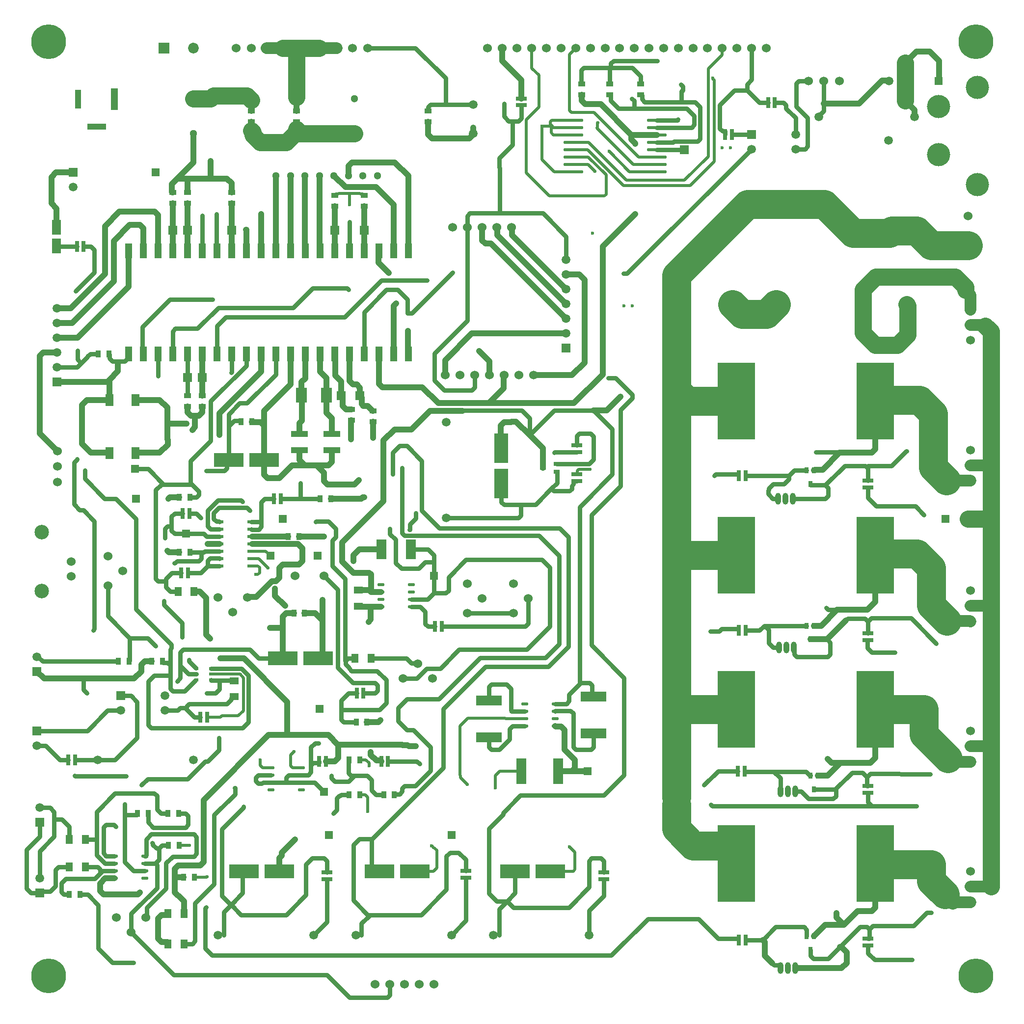
<source format=gtl>
G04*
G04 #@! TF.GenerationSoftware,Altium Limited,Altium Designer,21.6.1 (37)*
G04*
G04 Layer_Physical_Order=1*
G04 Layer_Color=255*
%FSLAX25Y25*%
%MOIN*%
G70*
G04*
G04 #@! TF.SameCoordinates,2CCEC8D5-DFE6-49CD-9DF0-9BB73A36F05B*
G04*
G04*
G04 #@! TF.FilePolarity,Positive*
G04*
G01*
G75*
%ADD61R,0.07087X0.17520*%
%ADD62R,0.17520X0.07087*%
%ADD63R,0.07087X0.13189*%
%ADD64O,0.13386X0.02165*%
%ADD65R,0.05709X0.02362*%
%ADD66O,0.04921X0.02165*%
%ADD67R,0.05000X0.09843*%
%ADD68R,0.05000X0.10000*%
%ADD69R,0.03150X0.02362*%
%ADD70R,0.02756X0.03937*%
%ADD71R,0.03937X0.02756*%
%ADD72R,0.25394X0.52362*%
%ADD73R,0.20276X0.09646*%
%ADD74R,0.09646X0.20276*%
%ADD75R,0.06496X0.04724*%
%ADD76R,0.04724X0.06496*%
%ADD77R,0.05118X0.03543*%
%ADD78R,0.03543X0.05118*%
%ADD79R,0.03150X0.07284*%
%ADD80R,0.07284X0.03150*%
%ADD81R,0.11614X0.03937*%
%ADD82R,0.06000X0.06000*%
%ADD83R,0.06000X0.06000*%
%ADD84R,0.06299X0.09843*%
%ADD85R,0.07480X0.10236*%
G04:AMPARAMS|DCode=86|XSize=82.68mil|YSize=54.33mil|CornerRadius=4.08mil|HoleSize=0mil|Usage=FLASHONLY|Rotation=270.000|XOffset=0mil|YOffset=0mil|HoleType=Round|Shape=RoundedRectangle|*
%AMROUNDEDRECTD86*
21,1,0.08268,0.04618,0,0,270.0*
21,1,0.07453,0.05433,0,0,270.0*
1,1,0.00815,-0.02309,-0.03726*
1,1,0.00815,-0.02309,0.03726*
1,1,0.00815,0.02309,0.03726*
1,1,0.00815,0.02309,-0.03726*
%
%ADD86ROUNDEDRECTD86*%
%ADD87C,0.11811*%
%ADD88C,0.02953*%
%ADD89C,0.07874*%
%ADD90C,0.03937*%
%ADD91C,0.01968*%
%ADD92C,0.19685*%
%ADD93C,0.09843*%
%ADD94C,0.23622*%
%ADD95C,0.15748*%
%ADD96C,0.06000*%
%ADD97C,0.05118*%
%ADD98C,0.09843*%
%ADD99C,0.05906*%
%ADD100R,0.12598X0.03937*%
%ADD101R,0.04724X0.14567*%
%ADD102R,0.03937X0.12598*%
%ADD103R,0.05394X0.05394*%
%ADD104R,0.05906X0.05906*%
%ADD105R,0.05906X0.05906*%
%ADD106O,0.03937X0.07874*%
%ADD107O,0.03937X0.07874*%
%ADD108R,0.07284X0.07284*%
%ADD109C,0.07284*%
%ADD110C,0.02362*%
D61*
X365846Y158465D02*
D03*
X340846D02*
D03*
D62*
X389764Y184350D02*
D03*
Y209350D02*
D03*
X318898Y181398D02*
D03*
Y206398D02*
D03*
D63*
X265846Y309055D02*
D03*
X245965D02*
D03*
D64*
X375984Y600669D02*
D03*
Y595669D02*
D03*
Y590669D02*
D03*
Y585669D02*
D03*
Y580669D02*
D03*
Y575669D02*
D03*
Y570669D02*
D03*
Y565669D02*
D03*
X432677Y600669D02*
D03*
Y595669D02*
D03*
Y590669D02*
D03*
Y585669D02*
D03*
Y580669D02*
D03*
Y575669D02*
D03*
Y570669D02*
D03*
Y565669D02*
D03*
D65*
X157382Y297992D02*
D03*
Y302992D02*
D03*
Y307992D02*
D03*
Y312992D02*
D03*
Y317992D02*
D03*
Y322992D02*
D03*
Y327992D02*
D03*
X135925Y297992D02*
D03*
Y302992D02*
D03*
Y307992D02*
D03*
Y312992D02*
D03*
Y317992D02*
D03*
Y322992D02*
D03*
Y327992D02*
D03*
D66*
X85138Y86004D02*
D03*
Y91004D02*
D03*
Y96004D02*
D03*
Y101004D02*
D03*
X64468Y86004D02*
D03*
Y91004D02*
D03*
Y96004D02*
D03*
Y101004D02*
D03*
X191437Y146043D02*
D03*
Y151043D02*
D03*
Y156043D02*
D03*
Y161043D02*
D03*
X170768Y146043D02*
D03*
Y151043D02*
D03*
Y156043D02*
D03*
Y161043D02*
D03*
X363681Y189350D02*
D03*
Y194350D02*
D03*
Y199350D02*
D03*
Y204350D02*
D03*
X343012Y189350D02*
D03*
Y194350D02*
D03*
Y199350D02*
D03*
Y204350D02*
D03*
X266240Y270059D02*
D03*
Y275059D02*
D03*
Y280059D02*
D03*
Y285059D02*
D03*
X245571Y270059D02*
D03*
Y275059D02*
D03*
Y280059D02*
D03*
Y285059D02*
D03*
D67*
X74000Y512000D02*
D03*
D68*
X174000D02*
D03*
X164000D02*
D03*
X154000D02*
D03*
X144000D02*
D03*
X134000D02*
D03*
X264000D02*
D03*
X254000D02*
D03*
X244000D02*
D03*
X234000D02*
D03*
X224000D02*
D03*
X214000D02*
D03*
X204000D02*
D03*
X194000D02*
D03*
X184000D02*
D03*
X104000D02*
D03*
X94000D02*
D03*
X114000D02*
D03*
X84000D02*
D03*
X124000D02*
D03*
X74000Y442000D02*
D03*
X84000D02*
D03*
X94000D02*
D03*
X104000D02*
D03*
X114000D02*
D03*
X124000D02*
D03*
X134000D02*
D03*
X144000D02*
D03*
X154000D02*
D03*
X164000D02*
D03*
X234000D02*
D03*
X204000D02*
D03*
X214000D02*
D03*
X224000D02*
D03*
X244000D02*
D03*
X254000D02*
D03*
X264000D02*
D03*
X194000D02*
D03*
X184000D02*
D03*
X174000D02*
D03*
D69*
X119980Y220669D02*
D03*
Y224410D02*
D03*
Y228150D02*
D03*
X130020D02*
D03*
Y224410D02*
D03*
Y220669D02*
D03*
D70*
X539583Y257371D02*
D03*
X534465D02*
D03*
X537024Y248119D02*
D03*
X542142Y155413D02*
D03*
X537024D02*
D03*
X539583Y146161D02*
D03*
X539583Y362744D02*
D03*
X534465D02*
D03*
X537024Y353492D02*
D03*
X539583Y46626D02*
D03*
X534465D02*
D03*
X537024Y37374D02*
D03*
D71*
X364685Y362047D02*
D03*
Y367165D02*
D03*
X355433Y364606D02*
D03*
D72*
X486854Y305333D02*
D03*
X581146D02*
D03*
X486854Y200667D02*
D03*
X581146D02*
D03*
X486854Y410000D02*
D03*
X581146D02*
D03*
X486854Y96000D02*
D03*
X581146D02*
D03*
D73*
X202953Y235236D02*
D03*
X178937D02*
D03*
X166008Y370000D02*
D03*
X141992D02*
D03*
X268425Y90551D02*
D03*
X244409D02*
D03*
X176378D02*
D03*
X152362D02*
D03*
X360472D02*
D03*
X336457D02*
D03*
D74*
X327284Y353780D02*
D03*
Y377795D02*
D03*
D75*
X145669Y219980D02*
D03*
Y209154D02*
D03*
X229979Y281398D02*
D03*
Y270571D02*
D03*
D76*
X44783Y93504D02*
D03*
X33957D02*
D03*
X107776Y280512D02*
D03*
X118602D02*
D03*
X44783Y112205D02*
D03*
X33957D02*
D03*
X238681Y235236D02*
D03*
X227854D02*
D03*
X111713Y41339D02*
D03*
X100886D02*
D03*
X100886Y62008D02*
D03*
X111713D02*
D03*
D77*
X157480Y599705D02*
D03*
Y606988D02*
D03*
X187992Y599705D02*
D03*
Y606988D02*
D03*
X277480Y599705D02*
D03*
Y606988D02*
D03*
X381890Y625295D02*
D03*
Y618012D02*
D03*
X400787Y625295D02*
D03*
Y618012D02*
D03*
X421654Y625295D02*
D03*
Y618012D02*
D03*
X144000Y551642D02*
D03*
Y544358D02*
D03*
X114000Y551642D02*
D03*
Y544358D02*
D03*
X104000Y551642D02*
D03*
Y544358D02*
D03*
X214000Y549642D02*
D03*
Y542358D02*
D03*
X234000Y549642D02*
D03*
Y542358D02*
D03*
X240158Y395965D02*
D03*
Y403248D02*
D03*
X225394Y396949D02*
D03*
Y404232D02*
D03*
X124000Y406358D02*
D03*
Y413642D02*
D03*
X114000Y406358D02*
D03*
Y413642D02*
D03*
D78*
X118701Y86417D02*
D03*
X111417D02*
D03*
X108563Y344488D02*
D03*
X115847D02*
D03*
X193602Y265748D02*
D03*
X186319D02*
D03*
X108366Y108268D02*
D03*
X101083D02*
D03*
X157642Y396000D02*
D03*
X150358D02*
D03*
X231004Y166339D02*
D03*
X223721D02*
D03*
X211319Y343504D02*
D03*
X204035D02*
D03*
X100689Y129921D02*
D03*
X107972D02*
D03*
X115847Y307087D02*
D03*
X108563D02*
D03*
X33760Y74803D02*
D03*
X41043D02*
D03*
X89862Y233268D02*
D03*
X97146D02*
D03*
X67224D02*
D03*
X74508D02*
D03*
X235925Y191929D02*
D03*
X228642D02*
D03*
X247342Y142717D02*
D03*
X254626D02*
D03*
X53445Y441929D02*
D03*
X60728D02*
D03*
X87303Y129921D02*
D03*
X80020D02*
D03*
X223721Y142717D02*
D03*
X231004D02*
D03*
X189665Y317913D02*
D03*
X182382D02*
D03*
D79*
X109941Y293307D02*
D03*
X114469D02*
D03*
X203445Y165354D02*
D03*
X207972D02*
D03*
X33169Y166339D02*
D03*
X37697D02*
D03*
X127461Y195276D02*
D03*
X122933D02*
D03*
X512894Y612598D02*
D03*
X508366D02*
D03*
X479232Y590945D02*
D03*
X483760D02*
D03*
X229035Y211614D02*
D03*
X233563D02*
D03*
X245768Y165354D02*
D03*
X250295D02*
D03*
X115453Y333661D02*
D03*
X110925D02*
D03*
X488500Y44000D02*
D03*
X493028D02*
D03*
X488500Y254068D02*
D03*
X493028D02*
D03*
X487894Y158661D02*
D03*
X492421D02*
D03*
X488500Y359102D02*
D03*
X493028D02*
D03*
X172933Y343504D02*
D03*
X177461D02*
D03*
X39075Y514764D02*
D03*
X43602D02*
D03*
X282185Y256890D02*
D03*
X286713D02*
D03*
D80*
X340945Y615256D02*
D03*
Y610728D02*
D03*
X576181Y148556D02*
D03*
Y144029D02*
D03*
Y355906D02*
D03*
Y351378D02*
D03*
Y252231D02*
D03*
Y247703D02*
D03*
X303150Y86319D02*
D03*
Y90847D02*
D03*
X208661Y85335D02*
D03*
Y89862D02*
D03*
X396654Y85335D02*
D03*
Y89862D02*
D03*
X378465Y360177D02*
D03*
Y355650D02*
D03*
Y375335D02*
D03*
Y379862D02*
D03*
X576181Y44882D02*
D03*
Y40354D02*
D03*
D81*
X212000Y376390D02*
D03*
Y387610D02*
D03*
X190000Y376390D02*
D03*
Y387610D02*
D03*
D82*
X231299Y413386D02*
D03*
X104000Y526000D02*
D03*
X114000Y426000D02*
D03*
Y526000D02*
D03*
X234000D02*
D03*
X124000Y426000D02*
D03*
X144000Y526000D02*
D03*
X214000D02*
D03*
X451476Y580610D02*
D03*
D83*
X218555Y413634D02*
D03*
D84*
X25297Y515354D02*
D03*
Y527953D02*
D03*
D85*
X208465Y414000D02*
D03*
X191535D02*
D03*
D86*
X61260Y410433D02*
D03*
Y374606D02*
D03*
X78898Y410433D02*
D03*
Y374606D02*
D03*
D87*
X655905Y461024D02*
X659842Y457087D01*
Y329921D02*
Y457087D01*
Y175453D02*
Y270827D01*
Y80079D02*
Y175453D01*
Y270827D02*
Y329921D01*
X178740Y649606D02*
X187992D01*
Y616142D02*
Y644685D01*
Y649606D02*
X203543D01*
X601378Y613976D02*
Y639567D01*
X118110Y615158D02*
X129921D01*
X131890Y617126D02*
X154528D01*
X129921Y615158D02*
X131890Y617126D01*
X635511Y494095D02*
X642430Y487176D01*
Y485129D02*
Y487176D01*
X602362Y475394D02*
X603150Y474606D01*
X581525Y494095D02*
X635511D01*
X572835Y485404D02*
X581525Y494095D01*
X581102Y448032D02*
X596231D01*
X603150Y454950D01*
X572835Y456299D02*
Y485404D01*
X603150Y454950D02*
Y474606D01*
X572835Y456299D02*
X581102Y448032D01*
X644095Y329921D02*
X659842D01*
X190945Y591535D02*
X227362D01*
X154528Y617126D02*
X157480Y614173D01*
Y593504D02*
X158465Y592520D01*
Y590580D02*
Y592520D01*
Y590580D02*
X163415Y585630D01*
X187992Y592549D02*
Y594488D01*
X190945Y591535D01*
X181073Y585630D02*
X187992Y592549D01*
X163415Y585630D02*
X181073D01*
D88*
X4839Y78823D02*
X7874Y75787D01*
X4839Y78823D02*
Y105232D01*
X13780Y114173D01*
X335594Y600000D02*
X338904D01*
X332283D02*
X335594D01*
X325689Y574902D02*
X334646Y583858D01*
Y599052D01*
X335594Y600000D01*
X325689Y568602D02*
Y574902D01*
Y568602D02*
X325984Y568307D01*
Y537402D02*
Y568307D01*
X289370Y611375D02*
X308113D01*
X279190D02*
X289370D01*
X268898Y649606D02*
X289370Y629134D01*
X236496Y649606D02*
X268898D01*
X289370Y611375D02*
Y629134D01*
X546299Y606941D02*
Y611811D01*
Y627165D01*
X529289Y627134D02*
X535795D01*
X527559Y609744D02*
Y625404D01*
X529289Y627134D01*
X527559Y609744D02*
X535138Y602165D01*
X535795Y627134D02*
X535827Y627165D01*
X109252Y221850D02*
Y230118D01*
X114961Y224410D01*
X109252Y230118D02*
Y239173D01*
X114961Y224410D02*
X119980D01*
X130020Y220472D02*
Y220669D01*
Y220472D02*
X130118Y220374D01*
X479134Y593110D02*
X479232Y593012D01*
X477320Y593110D02*
X479134D01*
X479232Y590945D02*
Y593012D01*
X475591Y594840D02*
X477320Y593110D01*
X475591Y594840D02*
Y611024D01*
X485492Y620925D01*
X542913Y603555D02*
X546299Y606941D01*
X542913Y602756D02*
Y603555D01*
X494035Y624923D02*
X497295Y628182D01*
X494035Y620925D02*
Y624923D01*
X497295Y628182D02*
Y649586D01*
X380315Y217913D02*
X380906Y218504D01*
X373031Y210630D02*
X380315Y217913D01*
X304000Y528000D02*
Y535672D01*
Y464433D02*
Y528000D01*
X17874Y176023D02*
X27559Y166339D01*
X37795Y155118D02*
X72441D01*
X37402Y155512D02*
X37795Y155118D01*
X53150Y166339D02*
X64961D01*
X37697D02*
X53150D01*
X27559D02*
X33169D01*
X64961D02*
X79724Y181102D01*
X114173Y153248D02*
X126181Y165256D01*
X154543Y337583D02*
X156496Y335630D01*
X111221Y241142D02*
X156496D01*
X127953Y335630D02*
X134843Y342520D01*
X160004Y322697D02*
X160034Y322667D01*
X131905Y333993D02*
X135511Y337598D01*
X50787Y255118D02*
Y328346D01*
X43504Y213976D02*
Y221457D01*
Y213976D02*
X45866Y211614D01*
X37008Y339764D02*
X40945Y335827D01*
X60039Y263779D02*
X74803Y249016D01*
X60039Y263779D02*
Y284449D01*
X50000Y254331D02*
X50787Y255118D01*
X15720Y233268D02*
X67224D01*
X74508D02*
X74803Y233563D01*
X12610Y236378D02*
X15720Y233268D01*
X11811Y176023D02*
X17874D01*
X7874Y75787D02*
X13780D01*
X11811Y236378D02*
X12610D01*
X11811Y186023D02*
X46260D01*
X127854Y165256D02*
X135531Y172933D01*
Y181299D01*
X126181Y165256D02*
X127854D01*
X87598Y219488D02*
X91535Y223425D01*
X68661Y209724D02*
X75709D01*
X79724Y205709D01*
X46260Y186023D02*
X59961Y199724D01*
X87598Y189722D02*
Y219488D01*
X79724Y181102D02*
Y205709D01*
X87598Y189722D02*
X89328Y187992D01*
X59961Y199724D02*
X68661D01*
X92520Y289131D02*
Y349410D01*
X110433Y249606D02*
Y259154D01*
X98047Y271539D02*
X110433Y259154D01*
X65354Y343701D02*
X79134Y329921D01*
X87106Y249016D02*
X92618Y243504D01*
X79134Y268504D02*
X103108Y244530D01*
X74803Y249016D02*
X87106D01*
X74803Y233563D02*
Y249016D01*
X120866Y459055D02*
X135039Y473228D01*
X104000Y457150D02*
X105905Y459055D01*
X104000Y442000D02*
Y457150D01*
X134000Y442000D02*
Y460772D01*
X101969Y478740D02*
X131102D01*
X83465Y460236D02*
X101969Y478740D01*
X105905Y459055D02*
X120866D01*
X83465Y442535D02*
Y460236D01*
X134000Y460772D02*
X140157Y466929D01*
X94000Y442000D02*
X94095Y441905D01*
X74000Y439500D02*
Y442000D01*
X94095Y426772D02*
Y441905D01*
X83465Y442535D02*
X84000Y442000D01*
X47989Y441929D02*
X53445D01*
X61024Y438976D02*
Y441634D01*
X60728Y441929D02*
X61024Y441634D01*
X46260Y440199D02*
X47989Y441929D01*
X25297Y515354D02*
X25888Y514764D01*
X39075D01*
X39370Y438189D02*
Y444095D01*
X133760Y512240D02*
X134000Y512000D01*
X114000Y426000D02*
Y442000D01*
X154000Y433843D02*
Y442000D01*
X144000Y429433D02*
Y442000D01*
X38189Y484646D02*
X50787Y497244D01*
Y512598D01*
X43602Y514764D02*
X48622D01*
X50787Y512598D01*
X124000Y512000D02*
Y534630D01*
X124016Y534646D02*
Y535827D01*
X124000Y534630D02*
X124016Y534646D01*
X133760Y512240D02*
Y536909D01*
X150358Y396000D02*
Y396358D01*
X149606Y408465D02*
X154528D01*
X141992Y392976D02*
X145669Y396654D01*
X141992Y400850D02*
X149606Y408465D01*
X129921Y409764D02*
X154000Y433843D01*
X145669Y396654D02*
X150063D01*
X150358Y396358D01*
X129921Y382874D02*
Y409764D01*
X71508Y437008D02*
X74000Y439500D01*
X87433Y363748D02*
X97835Y353346D01*
X44488Y357087D02*
X57874Y343701D01*
X61024Y438976D02*
X62992Y437008D01*
X71508D01*
X46260Y439961D02*
Y440199D01*
X41929Y435630D02*
X46260Y439961D01*
X39370Y438189D02*
X41929Y435630D01*
X39213Y432913D02*
X41929Y435630D01*
X25397Y432913D02*
X39213D01*
X140945Y364328D02*
Y368953D01*
X141992Y392976D02*
Y400850D01*
Y370000D02*
Y392976D01*
X140945Y368953D02*
X141992Y370000D01*
X143701Y429134D02*
X144000Y429433D01*
X114000Y413642D02*
Y426000D01*
X145685Y337583D02*
X154543D01*
X150591Y342520D02*
X151575Y341535D01*
X134843Y342520D02*
X150591D01*
X135511Y337598D02*
X145669D01*
X145685Y337583D01*
X96457Y353346D02*
X117126D01*
X92520Y349410D02*
X96457Y353346D01*
X126772Y362598D02*
X139215D01*
X116142Y369094D02*
X129921Y382874D01*
X116142Y354331D02*
Y369094D01*
Y354331D02*
X117126Y353346D01*
X139215Y362598D02*
X140945Y364328D01*
X117126Y353346D02*
X121808Y348664D01*
Y346218D02*
Y348664D01*
X120079Y344488D02*
X121808Y346218D01*
X115847Y344488D02*
X120079D01*
X57874Y343701D02*
X65354D01*
X78586Y363946D02*
X79807Y363913D01*
X80049D01*
X78586Y363946D02*
X78784Y363748D01*
X87433D01*
X44488Y357087D02*
Y362992D01*
X38976Y370079D02*
Y370472D01*
X37008Y368110D02*
X38976Y370079D01*
X37008Y339764D02*
Y368110D01*
X102362Y280512D02*
X107776D01*
X127953Y324803D02*
Y335630D01*
X135630Y328287D02*
X135925Y327992D01*
X133635Y328287D02*
X135630D01*
X131905Y330017D02*
X133635Y328287D01*
X127953Y324803D02*
X129764Y322992D01*
X135925D01*
X135846Y317913D02*
X135925Y317992D01*
X115453Y333661D02*
X120079D01*
X123031Y330709D01*
X131905Y330017D02*
Y333993D01*
X43307Y335827D02*
X50787Y328346D01*
X103150Y331496D02*
X105315Y333661D01*
X40945Y335827D02*
X43307D01*
X105315Y333661D02*
X110925D01*
X125039Y307087D02*
X125945Y307992D01*
X129446Y303150D02*
X135768D01*
X123425Y303009D02*
Y307087D01*
X135768Y303150D02*
X135925Y302992D01*
X127717Y301420D02*
X129446Y303150D01*
X123425Y307087D02*
X125039D01*
X127717Y297992D02*
Y301420D01*
Y297992D02*
X135925D01*
X125945Y307992D02*
X135925D01*
X103150Y322047D02*
X105315Y319882D01*
X113189D01*
X113189Y319882D01*
X125000D01*
X98819Y316929D02*
Y323074D01*
X125000Y319882D02*
X126969Y317913D01*
X103150Y322047D02*
Y331496D01*
X100549Y324803D02*
X102362D01*
X98819Y323074D02*
X100549Y324803D01*
X157677Y322697D02*
X160004D01*
X157382Y322992D02*
X157677Y322697D01*
X126969Y317913D02*
X135846D01*
X123031Y293307D02*
X127717Y297992D01*
X114469Y293307D02*
X123031D01*
X106988Y301279D02*
X121695D01*
X115847Y307087D02*
X123425D01*
X121695Y301279D02*
X123425Y303009D01*
X98047Y271539D02*
Y274311D01*
X79134Y268504D02*
Y329921D01*
X105610Y299902D02*
X106988Y301279D01*
X105020Y299902D02*
X105610D01*
X92520Y289131D02*
X94249Y287402D01*
X99410D01*
X103347Y293307D02*
X109941D01*
X99410Y289370D02*
X103347Y293307D01*
X99410Y287402D02*
Y289370D01*
Y283465D02*
Y287402D01*
Y283465D02*
X102362Y280512D01*
X107776D02*
X107776Y280512D01*
X75945Y49055D02*
X104823Y20177D01*
X54879Y89328D02*
X56496Y90945D01*
X51772Y112205D02*
X52362Y111614D01*
Y101476D02*
Y111614D01*
X57185Y102734D02*
X58915Y101004D01*
X44783Y112205D02*
X51772D01*
X52362Y101476D02*
X57972Y95866D01*
X64331D01*
X44783Y93504D02*
X53150D01*
X54879Y91774D01*
Y89328D02*
Y91774D01*
X56496Y90945D02*
X64409D01*
X58915Y101004D02*
X64468D01*
X64331Y95866D02*
X64468Y96004D01*
X58915Y122244D02*
X64272D01*
X57185Y120514D02*
X58915Y122244D01*
X57185Y102734D02*
Y120514D01*
X64409Y90945D02*
X64468Y91004D01*
X13780Y75787D02*
X14943Y76951D01*
X13780Y85787D02*
Y104331D01*
X75945Y49055D02*
Y61772D01*
X53445Y38189D02*
Y67716D01*
Y38189D02*
X62992Y28642D01*
X77362D01*
X111713Y41339D02*
X117463D01*
X126083Y38287D02*
X130807Y33563D01*
X117463Y41339D02*
X119193Y43068D01*
X126083Y38287D02*
Y65650D01*
X138779Y47244D02*
Y62992D01*
X119193Y43068D02*
Y68799D01*
X13780Y104331D02*
X23622Y114173D01*
Y125984D01*
Y130905D01*
X13780Y134016D02*
X13937Y133858D01*
X20669D01*
X23622Y130905D01*
Y125984D02*
X28782D01*
X31836Y122930D01*
Y122930D02*
Y122930D01*
Y122930D02*
X33914Y120852D01*
X13780Y114173D02*
Y124016D01*
X33914Y112247D02*
Y120852D01*
X31496Y85630D02*
X51181D01*
X41043Y74803D02*
X46358D01*
X53445Y67716D01*
X14943Y76951D02*
X20848D01*
X30196Y74803D02*
X33760D01*
X28559Y82693D02*
X31496Y85630D01*
X26575Y93504D02*
X33957D01*
X24606Y91535D02*
X26575Y93504D01*
X24606Y80709D02*
Y91535D01*
X28559Y79071D02*
Y82693D01*
X28467Y78979D02*
X28559Y79071D01*
X20848Y76951D02*
X24606Y80709D01*
X28467Y76533D02*
Y78979D01*
Y76533D02*
X30196Y74803D01*
X64961Y143602D02*
X91577D01*
X52362Y131004D02*
X64961Y143602D01*
X52362Y111614D02*
Y131004D01*
X64272Y122244D02*
X65551Y120965D01*
X51181Y85630D02*
X54879Y89328D01*
X115157Y233185D02*
Y234252D01*
X102362Y241339D02*
X103108Y242084D01*
X109252Y239173D02*
X111221Y241142D01*
X97146Y232480D02*
Y233268D01*
X103108Y242084D02*
Y244530D01*
X145276Y220374D02*
X145669Y219980D01*
X155512Y191929D02*
Y223425D01*
X151575Y187992D02*
X155512Y191929D01*
X144783Y209154D02*
X145669D01*
X150787Y228150D02*
X155512Y223425D01*
X135630Y220374D02*
X135925Y220079D01*
X130020Y228150D02*
X150787D01*
X130118Y220374D02*
X135630D01*
X145276D01*
X135925Y214370D02*
Y220079D01*
X133268Y211713D02*
X135925Y214370D01*
X126969Y211713D02*
X133268D01*
X98661Y199724D02*
X107522D01*
X109252Y201454D01*
X113428Y202601D02*
X115157Y204331D01*
X113428Y200549D02*
Y202601D01*
X109252Y201454D02*
X112522D01*
X113428Y200549D01*
X115157Y204331D02*
X140846D01*
X113428Y200549D02*
X118659Y195318D01*
X115157Y233185D02*
X119587Y228756D01*
X91535Y223425D02*
X102362D01*
X97146Y232480D02*
X97441Y232185D01*
X102362Y230455D02*
Y241339D01*
X97441Y232185D02*
X100633D01*
X102362Y230455D01*
Y223425D02*
Y230455D01*
X89328Y187992D02*
X151575D01*
X122891Y195318D02*
X122933Y195276D01*
X118659Y195318D02*
X122891D01*
X112106Y212795D02*
X119464Y220153D01*
X102362Y214525D02*
X104092Y212795D01*
X112106D01*
X102362Y214525D02*
Y223425D01*
X106988Y219587D02*
X109252Y221850D01*
X119587Y228740D02*
X119882Y228445D01*
X119587Y228740D02*
Y228756D01*
X143898Y208268D02*
X144783Y209154D01*
X143898Y207382D02*
Y208268D01*
X140846Y204331D02*
X143898Y207382D01*
X86528Y59638D02*
Y65957D01*
X85945Y59055D02*
X86528Y59638D01*
X151969Y133858D02*
Y134646D01*
X138779Y62992D02*
X143701Y67913D01*
X160335Y151828D02*
Y154314D01*
X137402Y119291D02*
X151969Y133858D01*
X151575Y89764D02*
X152362Y90551D01*
X151575Y75787D02*
Y89764D01*
X143701Y67913D02*
X151575Y75787D01*
X143701Y67913D02*
X150591Y61024D01*
X146358Y143012D02*
Y147146D01*
X146161Y147343D02*
X146358Y147146D01*
X82874Y149114D02*
X87008Y153248D01*
X96260Y129724D02*
X100492D01*
X93307Y132677D02*
X96260Y129724D01*
X100492D02*
X100689Y129921D01*
X91577Y143602D02*
X93307Y141873D01*
Y132677D02*
Y141873D01*
X87303Y123819D02*
Y129921D01*
Y123819D02*
X90748Y120374D01*
X86122Y112303D02*
X89567Y115748D01*
X86122Y101398D02*
Y112303D01*
X99606Y79035D02*
Y96260D01*
X71358Y129035D02*
X79724D01*
X80020Y129331D01*
X71358Y97047D02*
Y129035D01*
Y97047D02*
X77402Y91004D01*
X80020Y129331D02*
Y129921D01*
X71358Y129035D02*
Y136319D01*
X92165Y96004D02*
X93307Y94862D01*
X90551Y108661D02*
X93068Y106144D01*
X90551Y108661D02*
Y109449D01*
X85728Y101004D02*
X86122Y101398D01*
X92165Y96004D02*
X94784Y98622D01*
X85138Y96004D02*
X92165D01*
X85138Y101004D02*
X85728D01*
X90158Y109843D02*
X90551Y109449D01*
X126083Y65650D02*
X126673Y66240D01*
X119193Y68799D02*
X132283Y81890D01*
X96850Y108268D02*
X101083D01*
X99606Y96260D02*
X104035Y100689D01*
X94784Y106201D02*
X96850Y108268D01*
X94727Y106144D02*
X94784Y106201D01*
X93068Y106144D02*
X94727D01*
X94784Y98622D02*
Y106201D01*
X77402Y91004D02*
X85138D01*
X86528Y65957D02*
X99606Y79035D01*
X93307Y79134D02*
Y94862D01*
X75945Y61772D02*
X93307Y79134D01*
X87008Y153248D02*
X114173D01*
X137402Y74016D02*
X143504Y67913D01*
X132283Y81890D02*
Y128937D01*
X146358Y143012D01*
X137402Y74016D02*
Y119291D01*
X143504Y67913D02*
X143701D01*
X104035Y100689D02*
X118349D01*
Y115748D02*
X120079Y114018D01*
Y102419D02*
Y114018D01*
X118349Y100689D02*
X120079Y102419D01*
X107972Y129921D02*
X112837D01*
X114567Y128192D01*
Y122104D02*
Y128192D01*
X112837Y120374D02*
X114567Y122104D01*
X90748Y120374D02*
X112837D01*
X89567Y115748D02*
X118349D01*
X494035Y620925D02*
X502362Y612598D01*
X508366D01*
X518743D02*
X520472Y610869D01*
X512894Y612598D02*
X518743D01*
X520472Y608661D02*
X527000Y602134D01*
X520472Y608661D02*
Y610869D01*
X483787Y590973D02*
X496972D01*
X527000Y591000D02*
Y602134D01*
X533408Y581000D02*
X535138Y582730D01*
Y602165D01*
X527000Y581000D02*
X533408D01*
X496972Y590973D02*
X497000Y591000D01*
X277461Y609646D02*
X279190Y611375D01*
X277461Y607008D02*
X277480Y606988D01*
X277461Y607008D02*
Y609646D01*
X401575Y639215D02*
X403304Y640945D01*
X433071D01*
X401575Y637008D02*
Y639215D01*
X400787Y636221D02*
X401575Y637008D01*
X381496Y625591D02*
Y634491D01*
X383226Y636221D02*
X400787D01*
Y625295D02*
Y636221D01*
X381496Y634491D02*
X383226Y636221D01*
X421654Y625295D02*
Y630709D01*
X416142Y636221D02*
X421654Y630709D01*
X400787Y636221D02*
X416142D01*
X236221Y155512D02*
X239173Y152559D01*
X223622Y151575D02*
X227559Y155512D01*
X250295Y165354D02*
X269685D01*
X238579Y112598D02*
X239094Y112083D01*
X287795Y160784D01*
X239173Y145669D02*
Y152559D01*
Y145669D02*
X242126Y142717D01*
X254921Y143012D02*
X258014D01*
X254626Y142717D02*
X254921Y143012D01*
X242126Y142717D02*
X247342D01*
X267471Y186663D02*
X279232Y174902D01*
X287795Y160784D02*
Y200787D01*
X269685Y165354D02*
X271654Y163386D01*
X223760Y228442D02*
Y228758D01*
X223425Y211614D02*
X229035D01*
X243110Y213344D02*
Y216774D01*
X241381Y218504D02*
X243110Y216774D01*
X241381Y211614D02*
X243110Y213344D01*
X223760Y228442D02*
X225489Y226712D01*
X242776D01*
X226378Y218504D02*
X241381D01*
X233563Y211614D02*
X241381D01*
X223425Y157241D02*
X225155Y155512D01*
X227559D01*
X223425Y166043D02*
X223721Y166339D01*
X227559Y155512D02*
X236221D01*
X223425Y157241D02*
Y166043D01*
X242776Y226712D02*
X249016Y220472D01*
X260512Y221457D02*
X269685D01*
X244467Y200176D02*
X249016Y204724D01*
X266243Y231789D02*
X270180D01*
X238681Y235236D02*
X262795D01*
X249016Y204724D02*
Y220472D01*
X270180Y231789D02*
X270512Y231457D01*
X269685Y221457D02*
X276575Y228346D01*
X257087Y201575D02*
X262992Y207480D01*
X287795Y200787D02*
X316535Y229528D01*
X257087Y192618D02*
Y201575D01*
Y192618D02*
X263041Y186663D01*
X284842Y207480D02*
X312894Y235531D01*
X285672Y228346D02*
X298467Y241142D01*
X276575Y228346D02*
X285672D01*
X262992Y207480D02*
X284842D01*
X262795Y235236D02*
X266243Y231789D01*
X263041Y186663D02*
X267471D01*
X258014Y143012D02*
X259744Y144741D01*
X279232Y158858D02*
Y174902D01*
X268898Y148524D02*
X279232Y158858D01*
X259744Y144741D02*
Y146794D01*
X261474Y148524D01*
X268898D01*
X292323Y103347D02*
X298228D01*
X239094Y90551D02*
Y112083D01*
X230709Y112598D02*
X238579D01*
X226772Y108661D02*
X230709Y112598D01*
X226772Y70866D02*
Y108661D01*
X289764Y78150D02*
Y100787D01*
X292323Y103347D01*
X565354Y157579D02*
X572581D01*
X578740Y239173D02*
X594488D01*
X548664Y236221D02*
X550394Y237950D01*
X526054D02*
X527784Y236221D01*
X548664D01*
X575787Y242126D02*
X578740Y239173D01*
X575787Y242126D02*
Y247605D01*
X574156Y262303D02*
X576181Y260278D01*
X605315Y262402D02*
X622441Y245276D01*
X575886Y247703D02*
X576181D01*
X575787Y247605D02*
X575886Y247703D01*
X578304Y262402D02*
X605315D01*
X576181Y260278D02*
X578304Y262402D01*
X576181Y252231D02*
Y260278D01*
X578895Y134843D02*
X609252D01*
X575600Y148655D02*
Y154560D01*
X572581Y157579D02*
X575600Y154560D01*
X577929Y156890D01*
X618504Y156693D01*
X530709Y144882D02*
X535827Y139764D01*
X537024Y155413D02*
Y155807D01*
X536925Y155905D02*
X537024Y155807D01*
X536531Y155905D02*
X536925D01*
X534169Y158268D02*
X536531Y155905D01*
X575698Y148556D02*
X576181D01*
X575600Y148655D02*
X575698Y148556D01*
X576181Y137557D02*
X578895Y134843D01*
X576181Y137557D02*
Y144029D01*
X470472Y134843D02*
X578895D01*
X475098Y253445D02*
X476772Y255118D01*
X502592Y254068D02*
X505895Y257371D01*
X493028Y254068D02*
X502592D01*
X476772Y255118D02*
X487450D01*
X468996Y253445D02*
X475098D01*
X487450Y255118D02*
X487516Y255052D01*
X562500Y262303D02*
X574156D01*
X561024Y260827D02*
X562500Y262303D01*
X508661Y245669D02*
X511811Y242520D01*
X508661Y245669D02*
Y254605D01*
X553937Y146161D02*
X565354Y157579D01*
X539583Y146161D02*
X553937D01*
X554331Y145768D01*
Y141493D02*
Y145768D01*
X552601Y139764D02*
X554331Y141493D01*
X535827Y139764D02*
X552601D01*
X512205Y158268D02*
X516653Y153819D01*
Y144877D02*
Y153819D01*
X526659Y144882D02*
X530709D01*
X512205Y158268D02*
X534169D01*
X492520D02*
X512205D01*
X526653Y144877D02*
X526659Y144882D01*
X474311Y158661D02*
X487894D01*
X464764Y149114D02*
X474311Y158661D01*
X469488Y135827D02*
X470472Y134843D01*
X505895Y257371D02*
X508661Y254605D01*
X511811Y242520D02*
X515866D01*
X525866D02*
X526054Y242331D01*
X548316Y248119D02*
X550394Y246042D01*
Y237950D02*
Y246042D01*
X505895Y257371D02*
X534465D01*
X526054Y237950D02*
Y242331D01*
X346347Y386921D02*
X362969Y403543D01*
X363189Y375000D02*
X363524Y375335D01*
X364685Y367165D02*
X386850D01*
X363524Y375335D02*
X378465D01*
X304000Y535672D02*
X305730Y537402D01*
X325984D01*
X309079Y419315D02*
Y427402D01*
X301181Y403543D02*
X341119D01*
X288386Y417323D02*
X307087D01*
X300787Y403150D02*
X301181Y403543D01*
X307087Y417323D02*
X309079Y419315D01*
X341119Y403543D02*
X346347Y398315D01*
X362969Y403543D02*
X389764D01*
X325984Y537402D02*
X355315D01*
X371063Y521653D01*
X346347Y386921D02*
Y398315D01*
X371063Y505866D02*
Y521653D01*
X378465Y379862D02*
Y386066D01*
X387795Y387795D02*
X389764Y385827D01*
X380194Y387795D02*
X387795D01*
X378465Y386066D02*
X380194Y387795D01*
X386850Y367165D02*
X389764Y370079D01*
Y385827D01*
X360236Y256890D02*
Y296766D01*
X366535Y244980D02*
Y304921D01*
X372835Y243307D02*
Y317717D01*
X388583Y244094D02*
Y332677D01*
X380315Y217913D02*
Y337992D01*
X357087Y235531D02*
X366535Y244980D01*
X344488Y241142D02*
X360236Y256890D01*
X388583Y244094D02*
X410630Y222047D01*
Y155905D02*
Y222047D01*
X396850Y142126D02*
X410630Y155905D01*
X303150Y302165D02*
X354837D01*
X285039Y323622D02*
X366929D01*
X352953Y318504D02*
X366535Y304921D01*
X354837Y302165D02*
X360236Y296766D01*
X345472Y258858D02*
Y275591D01*
X304134Y265748D02*
X335630D01*
X345472Y275591D02*
X345630Y275748D01*
X291339Y290354D02*
X303150Y302165D01*
X291339Y281257D02*
Y290354D01*
X289609Y279528D02*
X291339Y281257D01*
X286713Y256890D02*
X343504D01*
X345472Y258858D01*
X249213Y485433D02*
X256693D01*
X263386Y469685D02*
Y478740D01*
X245669Y491732D02*
X276772D01*
X256693Y485433D02*
X263386Y478740D01*
Y469685D02*
X266535D01*
X253543Y360236D02*
Y374803D01*
X258268Y379528D01*
X262992D01*
X234000Y442000D02*
Y470221D01*
X281735Y423974D02*
Y442168D01*
X273244Y335417D02*
Y369276D01*
X281735Y442168D02*
X304000Y464433D01*
X281735Y423974D02*
X288386Y417323D01*
X266535Y469685D02*
X294094Y497244D01*
X262992Y379528D02*
X273244Y369276D01*
X224000Y531480D02*
X224016Y531496D01*
X224000Y512000D02*
Y531480D01*
X273244Y335417D02*
X285039Y323622D01*
X288687Y330649D02*
X338822D01*
X261572Y318504D02*
X352953D01*
X265846Y309055D02*
X277559D01*
X281496Y305118D01*
X264961Y322457D02*
X265199Y322695D01*
Y326223D01*
X269291Y330315D01*
X259842Y320234D02*
Y364567D01*
X269291Y330315D02*
Y333858D01*
X251575Y319685D02*
Y323228D01*
Y319685D02*
X255512Y315748D01*
X259842Y320234D02*
X261572Y318504D01*
X265846Y309055D02*
X265846Y309055D01*
X234000Y470221D02*
X249213Y485433D01*
X373031Y65945D02*
X386811Y79724D01*
X388541Y99410D02*
X394924D01*
X396654Y97680D01*
X386811D02*
X388541Y99410D01*
X396654Y89862D02*
Y97680D01*
X386811Y79724D02*
Y97680D01*
X396654Y85335D02*
X396654Y85335D01*
X396654Y73819D02*
Y85335D01*
X312894Y235531D02*
X357087D01*
X359055Y229528D02*
X372835Y243307D01*
X316535Y229528D02*
X359055D01*
X320627Y217520D02*
X330709D01*
X298467Y241142D02*
X344488D01*
X318898Y215790D02*
X320627Y217520D01*
X328346Y130315D02*
X340158Y142126D01*
X318898Y119685D02*
X328346Y129134D01*
Y130315D01*
X331201Y70374D02*
X336614Y75787D01*
X318898Y75590D02*
X324114Y70374D01*
X331201D01*
X318898Y75590D02*
Y119685D01*
X335630Y65945D02*
X373031D01*
X380906Y218504D02*
X387050D01*
X388779Y216774D01*
X374255Y199455D02*
X375984Y197725D01*
X373031Y206080D02*
Y210630D01*
X371302Y204350D02*
X373031Y206080D01*
X363786Y199455D02*
X374255D01*
X363681Y204350D02*
X371302D01*
X389764Y174958D02*
Y184350D01*
X377714Y173228D02*
X388034D01*
X375984Y174958D02*
Y197725D01*
Y174958D02*
X377714Y173228D01*
X388779Y210335D02*
X389764Y209350D01*
X388034Y173228D02*
X389764Y174958D01*
X388779Y210335D02*
Y216774D01*
X330709Y217520D02*
X333661Y214567D01*
X318898Y206398D02*
Y215790D01*
X332677Y187247D02*
X334781Y189350D01*
X333661Y199803D02*
Y214567D01*
X332677Y180118D02*
Y187247D01*
X325787Y173228D02*
X332677Y180118D01*
X320627Y173228D02*
X325787D01*
X318898Y174958D02*
X320627Y173228D01*
X318898Y174958D02*
Y181398D01*
X333661Y199803D02*
X334114Y199350D01*
X363681D02*
X363786Y199455D01*
X334781Y189350D02*
X343012D01*
X334114Y199350D02*
X343012D01*
X340158Y142126D02*
X396850D01*
X298228Y103347D02*
X303150Y98425D01*
X331201Y70374D02*
X335630Y65945D01*
X336614Y75787D02*
Y90394D01*
X336457Y90551D02*
X336614Y90394D01*
X303150Y90847D02*
Y98425D01*
X483760Y590945D02*
X483787Y590973D01*
X449185Y624830D02*
X450549Y623467D01*
X443937Y585669D02*
X444488Y586221D01*
X462205Y587950D02*
Y609449D01*
X453150Y608661D02*
X458252Y603559D01*
X446732Y600669D02*
X447244Y601181D01*
X432677Y600669D02*
X446732D01*
X458252Y597399D02*
Y603559D01*
X456522Y595669D02*
X458252Y597399D01*
X432677Y595669D02*
X456522D01*
X460475Y586221D02*
X462205Y587950D01*
X449606Y612992D02*
X458661D01*
X462205Y609449D01*
X444488Y586221D02*
X460475D01*
X449606Y612992D02*
Y620079D01*
X450549Y621021D02*
Y623467D01*
X449606Y620079D02*
X450549Y621021D01*
X451447Y580640D02*
X451476Y580610D01*
X485492Y620925D02*
X494035D01*
X432677Y580669D02*
X432707Y580640D01*
X451447D01*
X432677Y585669D02*
X443937D01*
X412457Y496457D02*
X497000Y581000D01*
X401409Y613945D02*
Y617717D01*
Y613945D02*
X406693Y608661D01*
X417323D02*
X453150D01*
X401114Y618012D02*
X401409Y617717D01*
X400787Y618012D02*
X401114D01*
X424466Y612992D02*
X449606D01*
X422736Y614722D02*
Y617717D01*
X422441Y618012D02*
X422736Y617717D01*
X421654Y618012D02*
X422441D01*
X415748Y615354D02*
X417323Y613779D01*
X422736Y614722D02*
X424466Y612992D01*
X408268Y352362D02*
Y403937D01*
X410236Y496457D02*
X412457D01*
X404788Y425527D02*
X416100Y414215D01*
Y411769D02*
Y414215D01*
X408268Y403937D02*
X416100Y411769D01*
X402559Y360236D02*
Y390748D01*
X471949Y359350D02*
X472685Y360087D01*
X487516D01*
X329134Y603150D02*
Y611811D01*
Y603150D02*
X332283Y600000D01*
X308113Y611375D02*
X308268Y611221D01*
X389764Y403543D02*
X402559Y390748D01*
X375000Y350155D02*
Y352185D01*
X361221Y350394D02*
X362895Y348719D01*
X373565D02*
X375000Y350155D01*
X399787Y425527D02*
X404788D01*
X366929Y323622D02*
X372835Y317717D01*
X338822Y330649D02*
X340551Y332379D01*
X350394Y339567D02*
X361221Y350394D01*
X340551Y332379D02*
Y339567D01*
X327284Y341297D02*
Y353780D01*
X329013Y339567D02*
X340551D01*
X327284Y341297D02*
X329013Y339567D01*
X340551D02*
X350394D01*
X340634Y601730D02*
Y602221D01*
X338904Y600000D02*
X340634Y601730D01*
X340945Y602532D02*
Y610728D01*
X340634Y602221D02*
X340945Y602532D01*
X381496Y625591D02*
X381791Y625295D01*
X381890D01*
X417323Y608661D02*
Y613779D01*
X406693Y608661D02*
X417323D01*
X362895Y348719D02*
X373565D01*
X364685Y362047D02*
X365059D01*
X376398Y355650D02*
X378465D01*
X376299Y355551D02*
X376398Y355650D01*
X376299Y353484D02*
Y355551D01*
X380315Y337992D02*
X402559Y360236D01*
X365158Y354331D02*
Y361949D01*
X361221Y350394D02*
X365158Y354331D01*
X388583Y332677D02*
X408268Y352362D01*
X365059Y362047D02*
X365158Y361949D01*
X375000Y352185D02*
X376299Y353484D01*
X223186Y235236D02*
X227854D01*
X549114Y268209D02*
X555217D01*
X547638Y269685D02*
X549114Y268209D01*
X581967Y338463D02*
X608387D01*
X525079Y343701D02*
X547244D01*
X576181Y344249D02*
X581967Y338463D01*
X608387D02*
X614173Y332677D01*
X549213Y345669D02*
Y350886D01*
X576181Y344249D02*
Y351378D01*
X547244Y343701D02*
X549213Y345669D01*
X508310Y346808D02*
X511417Y343701D01*
X508310Y346808D02*
Y349255D01*
X508661Y349606D01*
Y350394D01*
X602274Y375984D02*
X602362D01*
X576181Y365846D02*
X592136D01*
X602274Y375984D01*
X547244Y352854D02*
X549213Y350886D01*
X560335Y365945D02*
X574451D01*
X540945Y375197D02*
X556545D01*
X556938Y374803D01*
X574451Y365945D02*
X575365Y365031D01*
X576181Y355906D02*
Y365846D01*
X515079Y343701D02*
X515079Y343701D01*
X511417Y343701D02*
X515079D01*
X522488Y356740D02*
Y359102D01*
X519291Y353543D02*
X522488Y356740D01*
X526130Y362744D02*
X534465D01*
X522488Y359102D02*
X526130Y362744D01*
X537024Y353098D02*
Y353492D01*
Y353098D02*
X537122Y353000D01*
X537516D01*
X511811Y353543D02*
X519291D01*
X493028Y359102D02*
X522488D01*
X508661Y350394D02*
X511811Y353543D01*
X537661Y352854D02*
X547244D01*
X537516Y353000D02*
X537661Y352854D01*
X547244D02*
X560335Y365945D01*
X275590Y258619D02*
Y266732D01*
X281496Y279528D02*
X289609D01*
X278543Y276575D02*
X281496Y279528D01*
X277028Y275059D02*
X278543Y276575D01*
X272264Y270059D02*
X275590Y266732D01*
X266240Y275059D02*
X277028D01*
X266240Y270059D02*
X272264D01*
X277320Y256890D02*
X282185D01*
X275590Y258619D02*
X277320Y256890D01*
X281496Y279528D02*
Y291339D01*
Y300394D02*
Y305118D01*
Y291339D02*
Y300394D01*
X275590D02*
X281496D01*
X271260Y296063D02*
X275590Y300394D01*
X255512Y300000D02*
Y315748D01*
X259449Y296063D02*
X271260D01*
X255512Y300000D02*
X259449Y296063D01*
X156496Y241142D02*
X162402Y235236D01*
X157382Y327992D02*
X163386D01*
X135039Y473228D02*
X185827D01*
X130807Y33563D02*
X401870D01*
X218504Y200176D02*
X244467D01*
X221260Y233465D02*
Y289370D01*
X216142Y228740D02*
Y281890D01*
X220866Y466929D02*
X245669Y491732D01*
X249766Y4921D02*
X251496Y6651D01*
X208957Y20177D02*
X224213Y4921D01*
X251496Y6651D02*
Y13780D01*
X224213Y4921D02*
X249766D01*
X104823Y20177D02*
X208957D01*
X203445Y164469D02*
Y165354D01*
X203346Y164370D02*
X203445Y164469D01*
X162402Y235236D02*
X178937D01*
X197835Y157773D02*
Y162640D01*
X199564Y164370D01*
X197835Y162640D02*
Y174803D01*
X181102Y154314D02*
X182832Y156043D01*
X196105D02*
X197835Y157773D01*
X191437Y151043D02*
X200335D01*
X182832Y156043D02*
X196105D01*
X181102Y151043D02*
X191437D01*
X181102D02*
Y154314D01*
X220234Y191929D02*
X228642D01*
X221457Y233506D02*
X223186Y235236D01*
X218504Y206693D02*
X223425Y211614D01*
X216142Y228740D02*
X226378Y218504D01*
X221457Y231060D02*
Y233268D01*
Y233506D01*
Y231060D02*
X223760Y228758D01*
X218504Y193659D02*
X220234Y191929D01*
X218504Y200176D02*
Y206693D01*
Y193659D02*
Y200176D01*
X160335Y154314D02*
X162064Y156043D01*
X170768Y151043D02*
X181102D01*
X162064Y156043D02*
X170768D01*
X197835Y174803D02*
X200689Y177657D01*
X199564Y164370D02*
X203346D01*
X200689Y177657D02*
X203150D01*
X200335Y151043D02*
X201200Y150179D01*
X211811Y153937D02*
Y155512D01*
X214173Y151575D02*
X223622D01*
X211811Y153937D02*
X214173Y151575D01*
X201200Y150179D02*
X206693Y144685D01*
X160335Y151828D02*
X162064Y150098D01*
X165512Y151043D02*
X169783D01*
X164567Y150098D02*
X165512Y151043D01*
X162064Y150098D02*
X164567D01*
X174000Y427937D02*
Y442000D01*
X185827Y473228D02*
X199213Y486614D01*
X140157Y466929D02*
X220866D01*
X199213Y486614D02*
X222441D01*
X223622Y485433D01*
X154528Y408465D02*
X174000Y427937D01*
X577264Y44980D02*
Y51223D01*
X576181Y35039D02*
Y40354D01*
X570866Y52953D02*
X575534D01*
X577264Y51223D02*
X579486Y53445D01*
X575534Y52953D02*
X577264Y51223D01*
X577165Y44882D02*
X577264Y44980D01*
X576181Y44882D02*
X577165D01*
X576181Y35039D02*
X580709Y30512D01*
X606299D01*
X606988Y53445D02*
X616142Y62598D01*
X579486Y53445D02*
X606988D01*
X537024Y33055D02*
X538976Y31102D01*
X549016D02*
X557185Y39272D01*
X538976Y31102D02*
X549016D01*
X532677Y52756D02*
X534465Y50968D01*
Y46626D02*
Y50968D01*
X537024Y33055D02*
Y37374D01*
X386811Y63976D02*
X396654Y73819D01*
X325787Y64961D02*
X331201Y70374D01*
X303150Y57087D02*
Y86319D01*
X272638Y61024D02*
X289764Y78150D01*
X616142Y62598D02*
X619291D01*
X386811Y47244D02*
Y63976D01*
X401870Y33563D02*
X426673Y58366D01*
X493028Y44000D02*
X504728D01*
X474504Y44984D02*
X487516D01*
X325787Y47244D02*
Y64961D01*
X461122Y58366D02*
X474504Y44984D01*
X513484Y52756D02*
X532677D01*
X504728Y44000D02*
X513484Y52756D01*
X516653Y24803D02*
Y26505D01*
X516199Y26960D02*
X516653Y26505D01*
X511024Y28346D02*
X512410Y26960D01*
X516199D01*
X238189Y61024D02*
X272638D01*
X426673Y58366D02*
X461122D01*
X293307Y47244D02*
X303150Y57087D01*
X557185Y39272D02*
X570866Y52953D01*
X206693Y291339D02*
X216142Y281890D01*
X212598Y298031D02*
X221260Y289370D01*
X162480Y322667D02*
X164210Y324396D01*
X160034Y322667D02*
X162480D01*
X190945Y343504D02*
Y354331D01*
X201575Y328346D02*
X209842D01*
X190945Y343504D02*
X204035D01*
X166339D02*
X172933D01*
X164210Y341375D02*
X166339Y343504D01*
X164210Y327168D02*
Y341375D01*
X163386Y327992D02*
X164210Y327168D01*
X177461Y343504D02*
X190945D01*
X164210Y324396D02*
Y327168D01*
X214961Y317717D02*
Y323228D01*
X201181Y327953D02*
X201575Y328346D01*
X209842D02*
X214961Y323228D01*
X212598Y315354D02*
X214961Y317717D01*
X212598Y298031D02*
Y315354D01*
X199803Y47244D02*
X208661Y56102D01*
X194488Y74410D02*
Y95079D01*
X208661Y56102D02*
Y85335D01*
X181102Y61024D02*
X194488Y74410D01*
X198819Y99410D02*
X206932D01*
X208661Y97680D01*
X194488Y95079D02*
X198819Y99410D01*
X208661Y89862D02*
Y97680D01*
X150591Y61024D02*
X181102D01*
X215453Y132087D02*
Y140298D01*
X218406Y142717D02*
X223721D01*
X215453Y140298D02*
X217182Y142028D01*
X217717D02*
X218406Y142717D01*
X217182Y142028D02*
X217717D01*
X213189Y129823D02*
X215453Y132087D01*
X236614Y61024D02*
X238189D01*
X232283Y55118D02*
X237402Y60236D01*
X232283Y47244D02*
Y55118D01*
X237402Y60236D02*
X238189Y61024D01*
X226772Y70866D02*
X236614Y61024D01*
D89*
X645669Y80079D02*
X659842D01*
X645669Y175453D02*
X660630D01*
X203543Y649606D02*
X215551D01*
X167953D02*
X178740D01*
X642430Y485129D02*
X645669Y481890D01*
Y472047D02*
Y481890D01*
X632657Y164980D02*
X645669D01*
X633937Y69606D02*
X645669D01*
X645394Y260630D02*
X645669Y260354D01*
X629921Y260630D02*
X645394D01*
X629528Y355906D02*
X645492D01*
X645669Y355728D01*
X655354Y461575D02*
X655905Y461024D01*
X645669Y461575D02*
X655354D01*
X645669Y366201D02*
X660630D01*
X645669Y270827D02*
X660630D01*
D90*
X570079Y611811D02*
X585665Y627398D01*
X546299Y611811D02*
X570079D01*
X590319Y627398D02*
X590551Y627165D01*
X585665Y627398D02*
X590319D01*
X624016Y627165D02*
X624409Y627559D01*
Y640945D01*
X618110Y647244D02*
X624409Y640945D01*
X609055Y647244D02*
X618110D01*
X601378Y639567D02*
X609055Y647244D01*
X607776Y602756D02*
Y607579D01*
Y602690D02*
Y602756D01*
X187992Y606988D02*
Y616142D01*
X398819Y403543D02*
X404724Y409449D01*
X601378Y613976D02*
X607776Y607579D01*
X327953Y640945D02*
X340945Y627953D01*
X327953Y640945D02*
Y649559D01*
X126870Y251181D02*
X129528Y248524D01*
X126870Y251181D02*
Y276378D01*
X16732Y221457D02*
X43504D01*
X77756D01*
X11811Y226378D02*
X16732Y221457D01*
X82677Y230961D02*
X84983Y233268D01*
X89862D01*
X82677Y226378D02*
Y230961D01*
X77756Y221457D02*
X82677Y226378D01*
X16086Y442913D02*
X25397D01*
X13780Y440607D02*
X16086Y442913D01*
X25397Y472913D02*
X34921D01*
X25397Y462913D02*
X35748D01*
X104000Y512000D02*
Y526000D01*
X124000Y426000D02*
Y442000D01*
X39527Y452913D02*
X74000Y487386D01*
X25397Y452913D02*
X39527D01*
X35748Y462913D02*
X63976Y491142D01*
X34921Y472913D02*
X58071Y496063D01*
X74000Y487386D02*
Y512000D01*
X63976Y491142D02*
Y518701D01*
X58071Y496063D02*
Y528543D01*
X21654Y562008D02*
X24764Y565118D01*
X36417D01*
X21654Y544291D02*
Y562008D01*
Y544291D02*
X25297Y540648D01*
Y527953D02*
Y540648D01*
X157480Y606988D02*
Y614173D01*
Y593504D02*
Y599705D01*
X144000Y512000D02*
Y526000D01*
X153937Y526378D02*
X154000Y526315D01*
Y512000D02*
Y526315D01*
X144000Y526000D02*
Y544358D01*
Y551642D02*
Y557772D01*
X114173Y551815D02*
Y561024D01*
X129921D02*
Y572835D01*
X118110Y571850D02*
Y591535D01*
X107283Y561024D02*
X118110Y571850D01*
X114173Y561024D02*
X129921D01*
X107283D02*
X114173D01*
X103469Y557209D02*
X107283Y561024D01*
X103469Y551839D02*
Y557209D01*
Y551839D02*
X103666Y551642D01*
X140748Y561024D02*
X144000Y557772D01*
X129921Y561024D02*
X140748D01*
X103666Y551642D02*
X104000D01*
X81693Y529528D02*
X84000Y527220D01*
X74803Y529528D02*
X81693D01*
X67913Y538386D02*
X91694D01*
X58071Y528543D02*
X67913Y538386D01*
X63976Y518701D02*
X74803Y529528D01*
X84000Y512000D02*
Y527220D01*
X114000Y512000D02*
Y526000D01*
Y544358D01*
X91694Y538386D02*
X94000Y536080D01*
X104000Y526000D02*
Y544358D01*
X94000Y512000D02*
Y536080D01*
X45810Y410630D02*
X61063D01*
X78701D02*
X95275D01*
X100394Y405512D01*
X157642Y395866D02*
Y396000D01*
Y395866D02*
X157839Y395669D01*
X135827Y386811D02*
Y401575D01*
X66929Y430118D02*
Y436158D01*
X61063Y424252D02*
X66929Y430118D01*
X78701Y374803D02*
X95276D01*
X48425D02*
X61063D01*
X25397Y422913D02*
X59724D01*
X42323Y407143D02*
X45810Y410630D01*
X42323Y380906D02*
Y407143D01*
X13780Y387848D02*
Y440607D01*
X124000Y413642D02*
Y426000D01*
X117323Y390158D02*
X119291Y392126D01*
Y400000D01*
X100394Y394685D02*
X113189D01*
X100394Y383858D02*
Y394685D01*
Y383858D02*
X100731Y383521D01*
Y380259D02*
Y383521D01*
X95276Y374803D02*
X100731Y380259D01*
X113189Y394685D02*
X113386Y394488D01*
X100394Y394685D02*
Y405512D01*
X121710Y400000D02*
X124016Y402306D01*
X114000D02*
Y406358D01*
X119291Y400000D02*
X121710D01*
X124000Y406358D02*
X124016Y406343D01*
Y402306D02*
Y406343D01*
X114000Y402306D02*
X116306Y400000D01*
X119291D01*
X101208Y343674D02*
X102023Y344488D01*
X108563D01*
X61063Y410630D02*
Y424252D01*
X59724Y422913D02*
X61063Y424252D01*
X42323Y380906D02*
X48425Y374803D01*
X13780Y387848D02*
X25643Y375984D01*
X154842Y276575D02*
X154998Y276730D01*
X118602Y280512D02*
X118799Y280709D01*
X127953Y312992D02*
X135925D01*
X100394Y308071D02*
X101378Y307087D01*
X108563D01*
X118799Y280709D02*
X122539D01*
X126870Y276378D01*
X100492Y42618D02*
X100886Y42224D01*
Y41339D02*
Y42224D01*
X93996Y44924D02*
Y58422D01*
X96302Y60728D01*
X93996Y44924D02*
X96302Y42618D01*
X100492D01*
X57129Y75000D02*
X80413D01*
X58169Y85728D02*
X64193D01*
X64468Y86004D01*
X54823Y82382D02*
X58169Y85728D01*
X54823Y77306D02*
Y82382D01*
Y77306D02*
X57129Y75000D01*
X136417Y235138D02*
X152362D01*
X136319Y235236D02*
X136417Y235138D01*
X100492Y60728D02*
X100886Y61122D01*
X96302Y60728D02*
X100492D01*
X100886Y61122D02*
Y62008D01*
X122891Y94587D02*
X125197Y96893D01*
X111713Y62008D02*
Y70079D01*
X105610Y92280D02*
X107916Y94587D01*
X122891D01*
X105610Y86614D02*
Y92280D01*
Y76181D02*
Y86614D01*
X111221D01*
X110039Y71752D02*
X111713Y70079D01*
X105610Y76181D02*
X110039Y71752D01*
X111221Y86614D02*
X111417Y86417D01*
X80413Y75000D02*
X81693Y76279D01*
X125197Y96893D02*
Y138976D01*
X340945Y615256D02*
Y627953D01*
X260039Y176378D02*
X263386D01*
X238583Y169685D02*
Y171653D01*
X259744Y176673D02*
X260039Y176378D01*
X245374Y165748D02*
X245768Y165354D01*
X242520Y165748D02*
X245374D01*
X238583Y169685D02*
X242520Y165748D01*
X264370Y175394D02*
X268996D01*
X263386Y176378D02*
X264370Y175394D01*
X235925Y191929D02*
X243898D01*
X245276Y193307D01*
X577756Y164272D02*
X581146Y167661D01*
X630315Y167323D02*
X632657Y164980D01*
X557579Y164272D02*
X577756D01*
X581146Y167661D02*
Y200667D01*
X581146Y96000D02*
X587705Y102559D01*
X581004Y95858D02*
X581146Y96000D01*
X548819Y166929D02*
X551476Y164272D01*
X548721Y155413D02*
X557579Y164272D01*
X542142Y155413D02*
X548721D01*
X551476Y164272D02*
X557579D01*
X548316Y248119D02*
X561024Y260827D01*
X537024Y248119D02*
X548316D01*
X539583Y257371D02*
X544379D01*
X355433Y364606D02*
Y377835D01*
X346347Y386921D02*
X355433Y377835D01*
X289079Y427400D02*
Y437701D01*
X307244Y455866D02*
X371063D01*
X328929Y427252D02*
X329079Y427402D01*
X319079D02*
Y436827D01*
X312008Y443898D02*
X319079Y436827D01*
X289079Y437701D02*
X307244Y455866D01*
X396063Y427953D02*
Y514961D01*
X383858Y436024D02*
Y492126D01*
X375236Y427402D02*
X383858Y436024D01*
X324000Y528000D02*
X324395Y527605D01*
X334000Y528000D02*
X334395Y527605D01*
X318898Y408465D02*
X328929Y418496D01*
X329078Y395669D02*
X333661D01*
X333999Y396007D02*
X337261D01*
X333661Y395669D02*
X333999Y396007D01*
X318898Y408465D02*
X376575D01*
X349079Y427402D02*
X375236D01*
X328929Y418496D02*
Y427252D01*
X324395Y522535D02*
X371063Y475866D01*
X320197Y516732D02*
X371063Y465866D01*
X334395Y522535D02*
Y527605D01*
X324395Y522535D02*
Y527605D01*
X326772Y393363D02*
X329078Y395669D01*
X326772Y378307D02*
X327284Y377795D01*
X337261Y396007D02*
X346347Y386921D01*
X326772Y378307D02*
Y393363D01*
X380118Y495866D02*
X383858Y492126D01*
X334395Y522535D02*
X371063Y485866D01*
Y495866D02*
X380118D01*
X316306Y516732D02*
X320197D01*
X314000Y519038D02*
X316306Y516732D01*
X314000Y519038D02*
Y528000D01*
X389764Y403543D02*
X398819D01*
X376575Y408465D02*
X396063Y427953D01*
X277480Y590827D02*
Y599705D01*
X305315Y588287D02*
X308071Y591043D01*
X277480Y590827D02*
X280020Y588287D01*
X223425Y562992D02*
Y569544D01*
X280020Y588287D02*
X305315D01*
X263779Y442220D02*
Y457677D01*
X254000Y474472D02*
X255906Y476378D01*
X254921Y571850D02*
X264000Y562772D01*
Y512000D02*
Y562772D01*
X254000Y512000D02*
Y543244D01*
X254724Y390551D02*
X266142D01*
X254000Y442000D02*
Y474472D01*
X224000Y423638D02*
Y442000D01*
Y423638D02*
X226378Y421260D01*
X228993D02*
X231299Y418954D01*
X226378Y421260D02*
X228993D01*
X231299Y413386D02*
X232331Y412354D01*
X231299Y413386D02*
Y418954D01*
X284449Y408465D02*
X318898D01*
X273622Y419291D02*
X284449Y408465D01*
X278740Y403150D02*
X300787D01*
X266142Y390551D02*
X278740Y403150D01*
X233268Y344488D02*
X234252D01*
X232283Y343504D02*
X233268Y344488D01*
X227362Y353346D02*
X230315Y356299D01*
X247244Y341732D02*
Y383071D01*
X234000Y526000D02*
Y542358D01*
Y512000D02*
Y526000D01*
X243808Y503830D02*
X250787Y496850D01*
X243808Y511808D02*
X244000Y512000D01*
X243808Y503830D02*
Y511808D01*
X245965Y309055D02*
X245965Y309055D01*
X230709Y309055D02*
X245965D01*
X247244Y383071D02*
X254724Y390551D01*
X236516Y406496D02*
X239764Y403248D01*
X233606Y406496D02*
X236516D01*
X232331Y407771D02*
Y412354D01*
Y407771D02*
X233606Y406496D01*
X225731Y571850D02*
X254921D01*
X223425Y569544D02*
X225731Y571850D01*
X242126Y555118D02*
X254000Y543244D01*
X376969Y160433D02*
Y166339D01*
X364055Y188976D02*
X367773D01*
X375000Y158465D02*
X385827D01*
X370079Y173228D02*
Y186670D01*
X375000Y158465D02*
X376969Y160433D01*
X367773Y188976D02*
X370079Y186670D01*
X365846Y158465D02*
X365846Y158465D01*
X363681Y189350D02*
X364055Y188976D01*
X370079Y173228D02*
X376969Y166339D01*
X365846Y158465D02*
X375000D01*
X404724Y409449D02*
X408268Y412992D01*
X308071Y591043D02*
Y595276D01*
X308268Y595472D01*
X415630Y590669D02*
X432677D01*
X418110Y584646D02*
Y585039D01*
X415630Y587520D02*
X418110Y585039D01*
X381890Y613724D02*
Y618012D01*
Y613724D02*
X384196Y611417D01*
X394882D02*
X415630Y590669D01*
Y587520D02*
Y590669D01*
X384196Y611417D02*
X394882D01*
X396063Y514961D02*
X418110Y537008D01*
X231358Y270118D02*
X238583D01*
X231299Y270177D02*
X231358Y270118D01*
X238583Y261417D02*
Y270118D01*
X237008Y259842D02*
X238583Y261417D01*
X225197Y396752D02*
X225394Y396949D01*
X239764Y403248D02*
X240158D01*
Y385039D02*
Y395965D01*
X225197Y383858D02*
Y396752D01*
X245512Y270118D02*
X245571Y270059D01*
X238583Y270118D02*
X245512D01*
X238642Y280059D02*
X245571D01*
X230078Y281496D02*
X237205D01*
X238642Y280059D02*
Y292067D01*
X237402Y293307D02*
X238642Y292067D01*
X237205Y281496D02*
X238642Y280059D01*
X226772Y301181D02*
Y305118D01*
Y293307D02*
X237402D01*
X229979Y281398D02*
X230078Y281496D01*
X226772Y305118D02*
X230709Y309055D01*
X555217Y268209D02*
X575787D01*
X544379Y257371D02*
X555217Y268209D01*
X581146Y273567D02*
Y305333D01*
X575787Y268209D02*
X581146Y273567D01*
X578839Y374803D02*
X581146Y377109D01*
X540061Y363222D02*
X545357D01*
X556938Y374803D02*
X578839D01*
X545357Y363222D02*
X556938Y374803D01*
X581146Y377109D02*
Y410000D01*
X539583Y362744D02*
X540061Y363222D01*
X246306Y419291D02*
X273622D01*
X263779Y442220D02*
X264000Y442000D01*
X244000Y421598D02*
X246306Y419291D01*
X244000Y421598D02*
Y442000D01*
X135827Y401575D02*
X164000Y429748D01*
X184028Y512028D02*
Y562965D01*
X193949Y512051D02*
Y562941D01*
X174106Y512106D02*
Y562886D01*
X164000Y512000D02*
Y536787D01*
X154998Y276730D02*
X160693D01*
X152362Y235138D02*
X181791Y205709D01*
X125197Y138976D02*
X169291Y183071D01*
X221457Y555118D02*
X242126D01*
X193898Y562992D02*
X193949Y562941D01*
X213583Y562992D02*
X221457Y555118D01*
X217028Y176673D02*
X259744D01*
X187992Y606988D02*
X187992Y606988D01*
X203870Y512130D02*
Y562862D01*
X203740Y562992D02*
X203870Y562862D01*
X214000Y526000D02*
Y542358D01*
X174106Y562886D02*
X174213Y562992D01*
X184028Y562965D02*
X184055Y562992D01*
X216535Y167661D02*
Y176181D01*
X209646Y183071D02*
X216535Y176181D01*
X214229Y165354D02*
X216535Y167661D01*
X207972Y165354D02*
X214229D01*
X178937Y235236D02*
Y255906D01*
X202953Y235236D02*
X205709Y237992D01*
X178937Y255906D02*
Y263442D01*
X170276Y255906D02*
X178937D01*
X205709Y237992D02*
Y260827D01*
X181791Y183071D02*
Y205709D01*
X216535Y176181D02*
X217028Y176673D01*
X181791Y183071D02*
X209646D01*
X169291D02*
X181791D01*
X166008Y393363D02*
Y403213D01*
X164000Y429748D02*
Y442000D01*
X191535Y414000D02*
X191929Y413606D01*
Y396654D02*
Y413606D01*
X190000Y394724D02*
X191929Y396654D01*
X190000Y387610D02*
Y394724D01*
X166008Y403213D02*
X184000Y421205D01*
X166008Y370000D02*
Y393363D01*
X163702Y395669D02*
X166008Y393363D01*
X184000Y512000D02*
X184028Y512028D01*
X214000Y512000D02*
Y526000D01*
X203870Y512130D02*
X204000Y512000D01*
X174000D02*
X174106Y512106D01*
X193949Y512051D02*
X194000Y512000D01*
X208465Y401772D02*
Y414000D01*
X157839Y395669D02*
X163702D01*
X191535Y422835D02*
X194000Y425299D01*
X204000Y429858D02*
Y442000D01*
X191535Y414000D02*
Y422835D01*
X194000Y425299D02*
Y442000D01*
X184000Y421205D02*
Y442000D01*
X204000Y429858D02*
X208465Y425394D01*
Y414000D02*
Y425394D01*
X214567Y427165D02*
X218555Y423177D01*
Y413634D02*
Y423177D01*
Y413634D02*
X219587Y412603D01*
Y406538D02*
Y412603D01*
X214000Y442000D02*
X214531Y441468D01*
Y435075D02*
Y441468D01*
Y435075D02*
X214567Y435039D01*
Y427165D02*
Y435039D01*
X221893Y404232D02*
X225394D01*
X212000Y387610D02*
Y398236D01*
X208465Y401772D02*
X212000Y398236D01*
X219587Y406538D02*
X221893Y404232D01*
X568996Y63681D02*
X578698D01*
X547287Y54331D02*
X559646D01*
X539583Y46626D02*
X547287Y54331D01*
X561811Y28346D02*
Y35433D01*
X558268Y24803D02*
X561811Y28346D01*
X528346Y24803D02*
X558268D01*
X581004Y65987D02*
Y95858D01*
X578698Y63681D02*
X581004Y65987D01*
X504728Y44000D02*
X506299Y42429D01*
Y33071D02*
Y42429D01*
Y33071D02*
X511024Y28346D01*
X526693Y25197D02*
X527953D01*
X528346Y24803D01*
X557972Y39272D02*
X561811Y35433D01*
X554724Y59252D02*
Y62205D01*
X559646Y54331D02*
X568996Y63681D01*
X554724Y59252D02*
X559646Y54331D01*
X557185Y39272D02*
X557972D01*
X171577Y287614D02*
X174072D01*
X160693Y276730D02*
X171577Y287614D01*
X219291Y300787D02*
X226772Y293307D01*
X190000Y370039D02*
X193898Y366142D01*
X201772D01*
X212000Y368448D02*
Y376390D01*
X209694Y366142D02*
X212000Y368448D01*
X201772Y366142D02*
X209694D01*
X185039D02*
X193898D01*
X190000Y370039D02*
Y376390D01*
X158268Y317913D02*
X182382D01*
X158268Y312976D02*
X179497D01*
X179588Y312886D01*
X201772Y366142D02*
X206693Y361221D01*
X208999Y353346D02*
X227362D01*
X206693Y355653D02*
Y361221D01*
X219291Y313779D02*
X247244Y341732D01*
X211319Y343504D02*
X232283D01*
X206693Y355653D02*
X208999Y353346D01*
X176378Y357480D02*
X185039Y366142D01*
X166008Y359787D02*
Y370000D01*
Y359787D02*
X168314Y357480D01*
X176378D01*
X189820Y298819D02*
X192126Y301125D01*
Y309842D01*
X189665Y317913D02*
X206693D01*
X219291Y300787D02*
Y313779D01*
X205709Y260827D02*
Y274606D01*
X205906Y274803D01*
X200787Y265748D02*
X205709Y260827D01*
X193602Y265748D02*
X200787D01*
X189083Y312886D02*
X192126Y309842D01*
X178937Y263442D02*
X181243Y265748D01*
X186319D01*
X179588Y312886D02*
X189083D01*
X173622Y277559D02*
X180315Y270866D01*
X178684Y298819D02*
X189820D01*
X176378Y289920D02*
Y296513D01*
X174072Y287614D02*
X176378Y289920D01*
X173622Y277559D02*
Y282677D01*
X176378Y296513D02*
X178684Y298819D01*
X176378Y99606D02*
X178150Y101378D01*
X176378Y90551D02*
Y99606D01*
X178150Y103347D02*
X187008Y112205D01*
X178150Y101378D02*
Y103347D01*
D91*
X347925Y635933D02*
Y649586D01*
Y635933D02*
X352756Y631102D01*
X373622Y607059D02*
X374775Y605905D01*
X373622Y607059D02*
Y645284D01*
X374775Y605905D02*
X390158D01*
X373622Y645284D02*
X377925Y649586D01*
X152051Y199606D02*
Y221992D01*
X148508Y196063D02*
X152051Y199606D01*
X149634Y224410D02*
X152051Y221992D01*
X130020Y224410D02*
X149634D01*
X127461Y195276D02*
X136614D01*
X139189Y196063D02*
X148508D01*
X136614Y195276D02*
X137402Y196063D01*
X139189D01*
X118701Y86417D02*
X126969D01*
X127559Y87008D01*
X108366Y108268D02*
X115354D01*
X477295Y645012D02*
Y649586D01*
X467717Y635433D02*
X477295Y645012D01*
X352756Y609449D02*
Y631102D01*
X234842Y142717D02*
X236614Y140945D01*
Y131102D02*
Y140945D01*
X231004Y142717D02*
X234842D01*
X237402Y162205D02*
Y164173D01*
X231004Y166339D02*
X235236D01*
X237402Y164173D01*
X279921Y107874D02*
X280028D01*
X283465Y92913D02*
Y104724D01*
X280028Y107874D02*
X281209Y106693D01*
X281496D01*
X283465Y104724D01*
X281102Y90551D02*
X283465Y92913D01*
X268425Y90551D02*
X281102D01*
X387363Y363631D02*
X387438Y363555D01*
X378740Y362552D02*
X379893Y363705D01*
X383245D01*
X383319Y363631D01*
X387363D01*
X224016Y550787D02*
X231272D01*
X233213Y550429D02*
X234000Y549642D01*
X231630Y550429D02*
X233213D01*
X231272Y550787D02*
X231630Y550429D01*
X224016Y543307D02*
Y550787D01*
X375984Y90551D02*
X377165Y91732D01*
X326181Y158465D02*
X340846D01*
X323228Y155512D02*
X326181Y158465D01*
X323228Y147244D02*
Y155512D01*
X377165Y91732D02*
Y103543D01*
X360472Y90551D02*
X375984D01*
X373622Y107087D02*
X377165Y103543D01*
X329921Y194488D02*
X330059Y194350D01*
X304331Y194488D02*
X329921D01*
X299213Y189370D02*
X304331Y194488D01*
X330059Y194350D02*
X343012D01*
X299213Y155905D02*
Y189370D01*
X299606Y154171D02*
X304251Y149526D01*
X299606Y154171D02*
Y155512D01*
X299213Y155905D02*
X299606Y155512D01*
X471654Y572441D02*
Y627953D01*
X470957Y628649D02*
X471654Y627953D01*
X470957Y628649D02*
Y629059D01*
X455512Y556299D02*
X471654Y572441D01*
X470882Y629134D02*
X470957Y629059D01*
X414252Y565669D02*
X432677D01*
X420394Y575669D02*
X432677D01*
X412205Y559842D02*
X451575D01*
X400394Y579528D02*
X414252Y565669D01*
X416732Y570669D02*
X432677D01*
X410236Y556299D02*
X455512D01*
X451575Y559842D02*
X467717Y575984D01*
Y635433D01*
X375984Y570669D02*
X386024D01*
X375984Y585669D02*
X386378D01*
X375984Y575669D02*
X386142D01*
X375984Y580669D02*
X385866D01*
X354724Y574016D02*
Y596457D01*
Y574016D02*
X363071Y565669D01*
X354724Y596457D02*
X360382D01*
X344094Y600787D02*
X352756Y609449D01*
X344094Y564961D02*
Y600787D01*
Y564961D02*
X359842Y549213D01*
X392126Y595276D02*
X416732Y570669D01*
X386378Y585669D02*
X412205Y559842D01*
X385866Y580669D02*
X410236Y556299D01*
X392568Y598868D02*
X392644Y598943D01*
X392568Y595718D02*
Y598868D01*
X392126Y595276D02*
X392568Y595718D01*
X386142Y575669D02*
X398425Y563386D01*
X386024Y570669D02*
X390945Y565748D01*
X360382Y596457D02*
X361024Y597098D01*
X360382Y597885D02*
Y599516D01*
X361535Y600669D02*
X375984D01*
X360382Y599516D02*
X361535Y600669D01*
X362598Y595669D02*
X375984D01*
X362452Y590669D02*
X375984D01*
X361811Y596457D02*
X362598Y595669D01*
X361811Y596457D02*
Y596457D01*
X361024Y592098D02*
X362452Y590669D01*
X361097Y597171D02*
X361811Y596457D01*
X361024Y597098D02*
X361097Y597171D01*
X361024Y592098D02*
Y597098D01*
X360382Y597885D02*
X361097Y597171D01*
X390158Y605905D02*
X420394Y575669D01*
X359842Y549213D02*
X397272D01*
X398425Y550366D01*
X363071Y565669D02*
X375984D01*
X398425Y550366D02*
Y563386D01*
X378740Y360453D02*
Y362552D01*
X378465Y360177D02*
X378740Y360453D01*
X214787Y550429D02*
X216370D01*
X216728Y550787D01*
X224016D01*
X214000Y549642D02*
X214787Y550429D01*
X163461Y162563D02*
Y166066D01*
Y162563D02*
X164980Y161043D01*
X170768D01*
X185405D02*
X191437D01*
X184252Y162196D02*
X185405Y161043D01*
X163386Y166142D02*
X163461Y166066D01*
X186614Y171941D02*
Y172047D01*
X184252Y162196D02*
Y169579D01*
X186614Y171941D01*
X161811Y292126D02*
X162992Y293307D01*
X160630Y292126D02*
X161811D01*
X162992Y293307D02*
Y296839D01*
X161839Y297992D02*
X162992Y296839D01*
X162362Y302992D02*
X168898Y296457D01*
X157382Y307992D02*
X167205D01*
X157382Y297992D02*
X161839D01*
X167205Y307992D02*
X170472Y304724D01*
X157382Y302992D02*
X162362D01*
D92*
X619213Y515433D02*
X644291D01*
X590945Y524016D02*
X592520Y525591D01*
X609055D01*
X566142Y524016D02*
X590945D01*
X609055Y525591D02*
X619213Y515433D01*
X494488Y543701D02*
X546457D01*
X566142Y524016D01*
X614052Y183585D02*
X630315Y167323D01*
X614052Y183585D02*
Y200667D01*
X581146D02*
X614052D01*
X486854Y96000D02*
Y105152D01*
X484000Y108006D02*
X486854Y105152D01*
X619291Y83858D02*
X628346Y74803D01*
X582067Y95079D02*
X619291D01*
Y83858D02*
Y95079D01*
X446063Y140945D02*
Y200667D01*
X446866D02*
X486854D01*
X446063Y119537D02*
Y135827D01*
Y119537D02*
X457594Y108006D01*
X484000D01*
X446063Y200667D02*
Y305333D01*
Y410000D02*
Y417224D01*
X453287Y410000D01*
X446063Y417224D02*
Y495276D01*
X494488Y543701D01*
X446866Y305333D02*
X486854D01*
X446063D02*
Y410000D01*
X453287D02*
X486854D01*
X582112Y306299D02*
X609449D01*
X619291Y271260D02*
X629921Y260630D01*
X619291Y271260D02*
Y296457D01*
X609449Y306299D02*
X619291Y296457D01*
X620472Y364961D02*
X629528Y355906D01*
X507170Y468784D02*
X513779Y475394D01*
X490862Y468784D02*
X507170D01*
X484252Y475394D02*
X490862Y468784D01*
X620472Y364961D02*
Y401181D01*
X611024Y410630D02*
X620472Y401181D01*
X581776Y410630D02*
X611024D01*
D93*
X628740Y74803D02*
X633937Y69606D01*
D94*
X19685Y653937D02*
D03*
Y19685D02*
D03*
X649606D02*
D03*
Y653937D02*
D03*
D95*
X650591Y556973D02*
D03*
Y622905D02*
D03*
X624016Y609842D02*
D03*
Y577165D02*
D03*
D96*
X644291Y535433D02*
D03*
Y515433D02*
D03*
X294000Y528000D02*
D03*
X304000D02*
D03*
X314000D02*
D03*
X324000D02*
D03*
X334000D02*
D03*
X289079Y427400D02*
D03*
X299079Y427402D02*
D03*
X309079D02*
D03*
X319079D02*
D03*
X329079D02*
D03*
X339079D02*
D03*
X349079D02*
D03*
X187008Y291339D02*
D03*
X206693D02*
D03*
X507295Y649586D02*
D03*
X497295D02*
D03*
X487295D02*
D03*
X477295D02*
D03*
X467295D02*
D03*
X457610D02*
D03*
X447610D02*
D03*
X437610D02*
D03*
X427610D02*
D03*
X417610D02*
D03*
X407610D02*
D03*
X397767D02*
D03*
X387925D02*
D03*
X377925D02*
D03*
X367925D02*
D03*
X357925D02*
D03*
X347925D02*
D03*
X337925D02*
D03*
X327925D02*
D03*
X317925D02*
D03*
X35039Y290945D02*
D03*
Y300945D02*
D03*
X75945Y49055D02*
D03*
X85945Y59055D02*
D03*
X65945D02*
D03*
X70039Y294449D02*
D03*
X60039Y304449D02*
D03*
Y284449D02*
D03*
X270512Y231457D02*
D03*
X260512Y221457D02*
D03*
X280512D02*
D03*
X144843Y266575D02*
D03*
X154842Y276575D02*
D03*
X134843D02*
D03*
X314134Y275748D02*
D03*
X304134Y285748D02*
D03*
Y265748D02*
D03*
X345630Y275748D02*
D03*
X335630Y285748D02*
D03*
Y265748D02*
D03*
X281496Y13780D02*
D03*
X271496D02*
D03*
X261496D02*
D03*
X251496D02*
D03*
X241496D02*
D03*
X556772Y627165D02*
D03*
X535827D02*
D03*
X546299D02*
D03*
X645669Y355728D02*
D03*
Y376673D02*
D03*
Y366201D02*
D03*
Y260354D02*
D03*
Y281299D02*
D03*
Y270827D02*
D03*
Y164980D02*
D03*
Y185925D02*
D03*
Y175453D02*
D03*
X167953Y649606D02*
D03*
X147008D02*
D03*
X157480D02*
D03*
X236496D02*
D03*
X215551D02*
D03*
X226024D02*
D03*
X645669Y451102D02*
D03*
Y472047D02*
D03*
Y461575D02*
D03*
X25643Y375984D02*
D03*
Y355039D02*
D03*
Y365512D02*
D03*
X645669Y69606D02*
D03*
Y90551D02*
D03*
Y80079D02*
D03*
D97*
X233268Y562992D02*
D03*
X223425D02*
D03*
X213583D02*
D03*
X203740D02*
D03*
X193898D02*
D03*
X184055D02*
D03*
X174213D02*
D03*
X243110D02*
D03*
X118110Y591535D02*
D03*
Y615158D02*
D03*
X227362Y591535D02*
D03*
Y615158D02*
D03*
D98*
X484252Y475394D02*
D03*
X602362D02*
D03*
X513779D02*
D03*
X572835D02*
D03*
X15039Y280945D02*
D03*
Y320945D02*
D03*
D99*
X118012Y166339D02*
D03*
X53150D02*
D03*
X607776Y602756D02*
D03*
X542913D02*
D03*
X228445Y47244D02*
D03*
X293307D02*
D03*
X134941D02*
D03*
X199803D02*
D03*
X321949D02*
D03*
X386811D02*
D03*
X590158Y586910D02*
D03*
Y522047D02*
D03*
X289882Y330649D02*
D03*
Y395512D02*
D03*
X308268Y611221D02*
D03*
Y591535D02*
D03*
X13780Y85787D02*
D03*
Y134016D02*
D03*
X11811Y236378D02*
D03*
Y176024D02*
D03*
X590551Y627165D02*
D03*
X36417Y555118D02*
D03*
X527000Y591000D02*
D03*
Y581000D02*
D03*
X497000D02*
D03*
X68661Y199724D02*
D03*
X98661D02*
D03*
Y209724D02*
D03*
X371063Y465866D02*
D03*
Y455866D02*
D03*
Y475866D02*
D03*
Y485866D02*
D03*
Y495866D02*
D03*
Y505866D02*
D03*
X25397Y452913D02*
D03*
Y462913D02*
D03*
Y472913D02*
D03*
Y432913D02*
D03*
Y442913D02*
D03*
D100*
X52559Y596063D02*
D03*
D101*
X64370Y614961D02*
D03*
D102*
X39764D02*
D03*
D103*
X624016Y627165D02*
D03*
X203937Y200787D02*
D03*
X79134Y343701D02*
D03*
X628740Y329921D02*
D03*
X293307Y115354D02*
D03*
X78586Y363946D02*
D03*
X202362Y304724D02*
D03*
X92520Y565354D02*
D03*
X178740Y329921D02*
D03*
X210236Y115354D02*
D03*
X170472Y304724D02*
D03*
X281496Y291339D02*
D03*
X113189Y319882D02*
D03*
X206693Y144685D02*
D03*
X385827Y158465D02*
D03*
D104*
X13780Y75787D02*
D03*
Y124016D02*
D03*
X11811Y226378D02*
D03*
Y186024D02*
D03*
X36417Y565118D02*
D03*
X371063Y445866D02*
D03*
X25397Y422913D02*
D03*
D105*
X600551Y627165D02*
D03*
X497000Y591000D02*
D03*
X68661Y209724D02*
D03*
D106*
X515079Y343701D02*
D03*
X525079D02*
D03*
X516653Y144877D02*
D03*
X526653D02*
D03*
X515866Y242520D02*
D03*
X525866D02*
D03*
X516653Y24803D02*
D03*
X526653D02*
D03*
D107*
X520079Y343701D02*
D03*
X521654Y144877D02*
D03*
X520866Y242520D02*
D03*
X521654Y24803D02*
D03*
D108*
X98110Y649606D02*
D03*
D109*
X118110D02*
D03*
D110*
X416142Y474409D02*
D03*
X45866Y211614D02*
D03*
X50000Y254331D02*
D03*
X82874Y149114D02*
D03*
X71358Y136319D02*
D03*
X81693Y76279D02*
D03*
X65551Y120965D02*
D03*
X90158Y109843D02*
D03*
X72441Y155118D02*
D03*
X77362Y28642D02*
D03*
X127953Y312992D02*
D03*
X98819Y316929D02*
D03*
X105020Y299902D02*
D03*
X100394Y308071D02*
D03*
X110039Y71752D02*
D03*
X135531Y181299D02*
D03*
X127559Y87008D02*
D03*
X146161Y147343D02*
D03*
X151969Y134646D02*
D03*
X126673Y66240D02*
D03*
X115354Y108268D02*
D03*
X153937Y526378D02*
D03*
X133760Y536909D02*
D03*
X124016Y535827D02*
D03*
X37402Y155512D02*
D03*
X106988Y219587D02*
D03*
X110433Y249606D02*
D03*
X92618Y243504D02*
D03*
X136319Y235236D02*
D03*
X129528Y248524D02*
D03*
X126969Y211713D02*
D03*
X115157Y234252D02*
D03*
X139189Y196063D02*
D03*
X98047Y274311D02*
D03*
X123031Y330709D02*
D03*
X44488Y362992D02*
D03*
X101208Y343674D02*
D03*
X135827Y386811D02*
D03*
X126772Y362598D02*
D03*
X117323Y390158D02*
D03*
X113386Y394488D02*
D03*
X38976Y370472D02*
D03*
X156496Y335630D02*
D03*
X151575Y341535D02*
D03*
X38189Y484646D02*
D03*
X94095Y426772D02*
D03*
X143701Y429134D02*
D03*
X131102Y478740D02*
D03*
X39370Y444095D02*
D03*
X163386Y166142D02*
D03*
X160630Y292126D02*
D03*
X180315Y270866D02*
D03*
X173622Y282677D02*
D03*
X170276Y255906D02*
D03*
X168898Y296457D02*
D03*
X129921Y572835D02*
D03*
X390945Y565748D02*
D03*
X387438Y363555D02*
D03*
X259842Y364567D02*
D03*
X253543Y360236D02*
D03*
X363189Y375000D02*
D03*
X312008Y443898D02*
D03*
X300787Y403150D02*
D03*
X388976Y524016D02*
D03*
X276772Y491732D02*
D03*
X410630Y474409D02*
D03*
X410236Y496457D02*
D03*
X294094Y497244D02*
D03*
X304251Y149526D02*
D03*
X268996Y175394D02*
D03*
X323228Y147244D02*
D03*
X245276Y193307D02*
D03*
X271654Y163386D02*
D03*
X404724Y409449D02*
D03*
X408268Y412992D02*
D03*
X399787Y425527D02*
D03*
X269291Y333858D02*
D03*
X278543Y276575D02*
D03*
X264961Y322457D02*
D03*
X251575Y323228D02*
D03*
X224016Y543307D02*
D03*
X255906Y476378D02*
D03*
X250787Y496850D02*
D03*
X263386Y469685D02*
D03*
X224016Y531496D02*
D03*
X163779Y537008D02*
D03*
X263779Y457677D02*
D03*
X223622Y485433D02*
D03*
X240158Y385039D02*
D03*
X236614Y131102D02*
D03*
X230315Y308661D02*
D03*
X226772Y301181D02*
D03*
X238583Y171653D02*
D03*
X237402Y162205D02*
D03*
X225197Y383858D02*
D03*
X237402Y293307D02*
D03*
X237008Y259842D02*
D03*
X234252Y344488D02*
D03*
X230315Y356299D02*
D03*
X213189Y129823D02*
D03*
X211811Y155512D02*
D03*
X190945Y354331D02*
D03*
X206693Y317913D02*
D03*
X205906Y274803D02*
D03*
X201181Y327953D02*
D03*
X186614Y172047D02*
D03*
X203150Y177657D02*
D03*
X187008Y112205D02*
D03*
X279921Y107874D02*
D03*
X373622Y107087D02*
D03*
X477165Y581890D02*
D03*
X482677D02*
D03*
X470882Y629134D02*
D03*
X449185Y624830D02*
D03*
X447244Y601181D02*
D03*
X392644Y598943D02*
D03*
X354724Y596457D02*
D03*
X329134Y611811D02*
D03*
X554724Y62205D02*
D03*
X614173Y332677D02*
D03*
X602362Y375984D02*
D03*
X540945Y375197D02*
D03*
X609252Y134843D02*
D03*
X606299Y30512D02*
D03*
X461122Y58366D02*
D03*
X400394Y579528D02*
D03*
X415748Y615354D02*
D03*
X433071Y640945D02*
D03*
X418110Y584646D02*
D03*
Y537008D02*
D03*
X471949Y359350D02*
D03*
X464764Y149114D02*
D03*
X469488Y135827D02*
D03*
X468996Y253445D02*
D03*
X548819Y166929D02*
D03*
X644095Y329921D02*
D03*
X618504Y156693D02*
D03*
X619291Y62598D02*
D03*
X622441Y245276D02*
D03*
X547638Y269685D02*
D03*
X594488Y239173D02*
D03*
M02*

</source>
